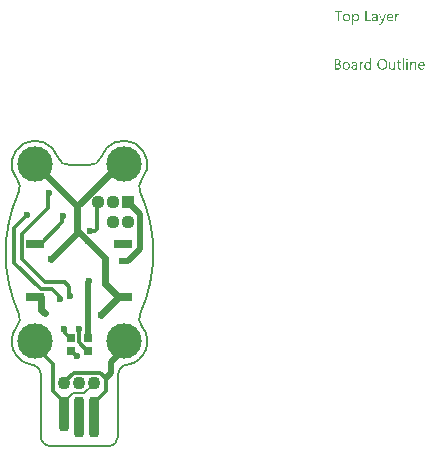
<source format=gtl>
G04*
G04 #@! TF.GenerationSoftware,Altium Limited,Altium Designer,21.9.2 (33)*
G04*
G04 Layer_Physical_Order=1*
G04 Layer_Color=255*
%FSAX25Y25*%
%MOIN*%
G70*
G04*
G04 #@! TF.SameCoordinates,55729F2E-D9A4-4FFF-85C7-0234479D7BD1*
G04*
G04*
G04 #@! TF.FilePolarity,Positive*
G04*
G01*
G75*
%ADD11C,0.00787*%
%ADD14R,0.06299X0.02756*%
%ADD15R,0.03150X0.02559*%
G04:AMPARAMS|DCode=17|XSize=35.43mil|YSize=135.83mil|CornerRadius=13.82mil|HoleSize=0mil|Usage=FLASHONLY|Rotation=0.000|XOffset=0mil|YOffset=0mil|HoleType=Round|Shape=RoundedRectangle|*
%AMROUNDEDRECTD17*
21,1,0.03543,0.10819,0,0,0.0*
21,1,0.00780,0.13583,0,0,0.0*
1,1,0.02764,0.00390,-0.05409*
1,1,0.02764,-0.00390,-0.05409*
1,1,0.02764,-0.00390,0.05409*
1,1,0.02764,0.00390,0.05409*
%
%ADD17ROUNDEDRECTD17*%
G04:AMPARAMS|DCode=18|XSize=35.43mil|YSize=116.14mil|CornerRadius=13.82mil|HoleSize=0mil|Usage=FLASHONLY|Rotation=0.000|XOffset=0mil|YOffset=0mil|HoleType=Round|Shape=RoundedRectangle|*
%AMROUNDEDRECTD18*
21,1,0.03543,0.08850,0,0,0.0*
21,1,0.00780,0.11614,0,0,0.0*
1,1,0.02764,0.00390,-0.04425*
1,1,0.02764,-0.00390,-0.04425*
1,1,0.02764,-0.00390,0.04425*
1,1,0.02764,0.00390,0.04425*
%
%ADD18ROUNDEDRECTD18*%
%ADD21C,0.04331*%
%ADD25C,0.02362*%
%ADD26C,0.01181*%
%ADD27C,0.01968*%
%ADD28C,0.01339*%
%ADD29C,0.11811*%
%ADD30C,0.04370*%
%ADD31R,0.04370X0.04370*%
%ADD32C,0.02362*%
G36*
X0092282Y0079729D02*
X0092325Y0079723D01*
X0092368Y0079717D01*
X0092480Y0079692D01*
X0092603Y0079655D01*
X0092727Y0079593D01*
X0092789Y0079556D01*
X0092851Y0079506D01*
X0092907Y0079457D01*
X0092963Y0079395D01*
X0092969Y0079389D01*
X0092975Y0079383D01*
X0092987Y0079358D01*
X0093006Y0079333D01*
X0093024Y0079302D01*
X0093049Y0079259D01*
X0093074Y0079209D01*
X0093099Y0079160D01*
X0093124Y0079098D01*
X0093148Y0079030D01*
X0093173Y0078956D01*
X0093192Y0078875D01*
X0093223Y0078695D01*
X0093235Y0078597D01*
Y0078491D01*
Y0078485D01*
Y0078466D01*
Y0078429D01*
X0093229Y0078386D01*
Y0078337D01*
X0093216Y0078275D01*
X0093210Y0078206D01*
X0093198Y0078132D01*
X0093161Y0077971D01*
X0093105Y0077804D01*
X0093068Y0077724D01*
X0093031Y0077643D01*
X0092981Y0077563D01*
X0092925Y0077488D01*
X0092919Y0077482D01*
X0092913Y0077470D01*
X0092895Y0077451D01*
X0092870Y0077433D01*
X0092839Y0077402D01*
X0092802Y0077371D01*
X0092758Y0077334D01*
X0092709Y0077303D01*
X0092653Y0077266D01*
X0092591Y0077228D01*
X0092443Y0077173D01*
X0092362Y0077148D01*
X0092282Y0077129D01*
X0092189Y0077117D01*
X0092090Y0077111D01*
X0092040D01*
X0092009Y0077117D01*
X0091966Y0077123D01*
X0091923Y0077136D01*
X0091811Y0077160D01*
X0091694Y0077210D01*
X0091625Y0077247D01*
X0091564Y0077284D01*
X0091502Y0077334D01*
X0091446Y0077389D01*
X0091384Y0077451D01*
X0091335Y0077526D01*
X0091322D01*
Y0076015D01*
X0090920D01*
Y0079680D01*
X0091322D01*
Y0079234D01*
X0091335D01*
X0091341Y0079240D01*
X0091347Y0079259D01*
X0091365Y0079283D01*
X0091390Y0079315D01*
X0091421Y0079352D01*
X0091458Y0079395D01*
X0091502Y0079438D01*
X0091557Y0079488D01*
X0091613Y0079531D01*
X0091675Y0079575D01*
X0091749Y0079618D01*
X0091824Y0079655D01*
X0091910Y0079692D01*
X0092003Y0079717D01*
X0092096Y0079729D01*
X0092201Y0079735D01*
X0092251D01*
X0092282Y0079729D01*
D02*
G37*
G36*
X0106395Y0079717D02*
X0106469Y0079711D01*
X0106512Y0079698D01*
X0106543Y0079686D01*
Y0079271D01*
X0106537Y0079277D01*
X0106525Y0079283D01*
X0106500Y0079296D01*
X0106469Y0079315D01*
X0106426Y0079327D01*
X0106370Y0079339D01*
X0106308Y0079345D01*
X0106240Y0079352D01*
X0106228D01*
X0106197Y0079345D01*
X0106147Y0079339D01*
X0106092Y0079321D01*
X0106017Y0079290D01*
X0105949Y0079246D01*
X0105875Y0079185D01*
X0105807Y0079104D01*
X0105801Y0079092D01*
X0105782Y0079061D01*
X0105751Y0079005D01*
X0105720Y0078931D01*
X0105689Y0078838D01*
X0105658Y0078720D01*
X0105640Y0078590D01*
X0105633Y0078442D01*
Y0077167D01*
X0105231D01*
Y0079680D01*
X0105633D01*
Y0079160D01*
X0105646D01*
Y0079166D01*
X0105652Y0079172D01*
X0105665Y0079203D01*
X0105683Y0079253D01*
X0105714Y0079315D01*
X0105745Y0079376D01*
X0105794Y0079444D01*
X0105844Y0079513D01*
X0105906Y0079575D01*
X0105912Y0079581D01*
X0105937Y0079599D01*
X0105974Y0079624D01*
X0106024Y0079649D01*
X0106079Y0079673D01*
X0106147Y0079698D01*
X0106222Y0079717D01*
X0106302Y0079723D01*
X0106358D01*
X0106395Y0079717D01*
D02*
G37*
G36*
X0101016Y0076764D02*
X0101010Y0076758D01*
X0101003Y0076733D01*
X0100985Y0076690D01*
X0100960Y0076640D01*
X0100929Y0076585D01*
X0100886Y0076517D01*
X0100842Y0076449D01*
X0100793Y0076374D01*
X0100731Y0076300D01*
X0100669Y0076232D01*
X0100595Y0076164D01*
X0100514Y0076108D01*
X0100434Y0076059D01*
X0100341Y0076015D01*
X0100248Y0075990D01*
X0100143Y0075984D01*
X0100087D01*
X0100050Y0075990D01*
X0099970Y0076003D01*
X0099883Y0076021D01*
Y0076380D01*
X0099889D01*
X0099908Y0076374D01*
X0099932Y0076368D01*
X0099963Y0076362D01*
X0100038Y0076343D01*
X0100118Y0076337D01*
X0100131D01*
X0100168Y0076343D01*
X0100223Y0076356D01*
X0100292Y0076380D01*
X0100366Y0076424D01*
X0100403Y0076455D01*
X0100440Y0076492D01*
X0100477Y0076529D01*
X0100514Y0076578D01*
X0100545Y0076634D01*
X0100576Y0076696D01*
X0100780Y0077167D01*
X0099796Y0079680D01*
X0100242D01*
X0100923Y0077742D01*
Y0077736D01*
X0100929Y0077724D01*
X0100935Y0077705D01*
X0100942Y0077680D01*
X0100948Y0077643D01*
X0100960Y0077606D01*
X0100972Y0077550D01*
X0100991D01*
Y0077563D01*
X0101003Y0077600D01*
X0101016Y0077656D01*
X0101040Y0077736D01*
X0101752Y0079680D01*
X0102167D01*
X0101016Y0076764D01*
D02*
G37*
G36*
X0098608Y0079729D02*
X0098664Y0079723D01*
X0098732Y0079704D01*
X0098806Y0079686D01*
X0098886Y0079655D01*
X0098973Y0079618D01*
X0099054Y0079568D01*
X0099134Y0079506D01*
X0099208Y0079432D01*
X0099276Y0079339D01*
X0099332Y0079234D01*
X0099375Y0079110D01*
X0099400Y0078968D01*
X0099413Y0078801D01*
Y0077167D01*
X0099010D01*
Y0077557D01*
X0098998D01*
Y0077550D01*
X0098985Y0077538D01*
X0098973Y0077513D01*
X0098948Y0077488D01*
X0098886Y0077414D01*
X0098806Y0077334D01*
X0098694Y0077253D01*
X0098564Y0077179D01*
X0098484Y0077154D01*
X0098404Y0077129D01*
X0098317Y0077117D01*
X0098224Y0077111D01*
X0098187D01*
X0098162Y0077117D01*
X0098094Y0077123D01*
X0098014Y0077136D01*
X0097915Y0077160D01*
X0097822Y0077191D01*
X0097723Y0077241D01*
X0097636Y0077303D01*
X0097630Y0077315D01*
X0097605Y0077340D01*
X0097568Y0077383D01*
X0097531Y0077445D01*
X0097494Y0077519D01*
X0097457Y0077606D01*
X0097432Y0077711D01*
X0097426Y0077829D01*
Y0077835D01*
Y0077860D01*
X0097432Y0077897D01*
X0097438Y0077940D01*
X0097450Y0077996D01*
X0097469Y0078058D01*
X0097494Y0078126D01*
X0097531Y0078194D01*
X0097574Y0078268D01*
X0097630Y0078343D01*
X0097698Y0078411D01*
X0097778Y0078473D01*
X0097871Y0078535D01*
X0097983Y0078584D01*
X0098106Y0078621D01*
X0098255Y0078652D01*
X0099010Y0078757D01*
Y0078764D01*
Y0078782D01*
X0099004Y0078819D01*
Y0078856D01*
X0098992Y0078906D01*
X0098985Y0078962D01*
X0098948Y0079079D01*
X0098917Y0079135D01*
X0098886Y0079191D01*
X0098843Y0079246D01*
X0098794Y0079296D01*
X0098732Y0079339D01*
X0098664Y0079370D01*
X0098583Y0079389D01*
X0098490Y0079395D01*
X0098447D01*
X0098416Y0079389D01*
X0098373D01*
X0098329Y0079376D01*
X0098218Y0079358D01*
X0098094Y0079321D01*
X0097958Y0079265D01*
X0097884Y0079228D01*
X0097816Y0079191D01*
X0097741Y0079141D01*
X0097673Y0079085D01*
Y0079500D01*
X0097679D01*
X0097692Y0079513D01*
X0097710Y0079525D01*
X0097741Y0079537D01*
X0097772Y0079556D01*
X0097816Y0079575D01*
X0097865Y0079593D01*
X0097921Y0079618D01*
X0098045Y0079661D01*
X0098193Y0079698D01*
X0098354Y0079723D01*
X0098527Y0079735D01*
X0098564D01*
X0098608Y0079729D01*
D02*
G37*
G36*
X0095717Y0077538D02*
X0097128D01*
Y0077167D01*
X0095302D01*
Y0080682D01*
X0095717D01*
Y0077538D01*
D02*
G37*
G36*
X0087478Y0080311D02*
X0086463D01*
Y0077167D01*
X0086054D01*
Y0080311D01*
X0085039D01*
Y0080682D01*
X0087478D01*
Y0080311D01*
D02*
G37*
G36*
X0103671Y0079729D02*
X0103715Y0079723D01*
X0103758Y0079717D01*
X0103869Y0079698D01*
X0103993Y0079655D01*
X0104117Y0079599D01*
X0104179Y0079562D01*
X0104241Y0079519D01*
X0104297Y0079469D01*
X0104352Y0079413D01*
X0104358Y0079407D01*
X0104365Y0079401D01*
X0104377Y0079383D01*
X0104395Y0079358D01*
X0104414Y0079321D01*
X0104439Y0079283D01*
X0104464Y0079240D01*
X0104488Y0079185D01*
X0104513Y0079123D01*
X0104538Y0079061D01*
X0104563Y0078986D01*
X0104581Y0078906D01*
X0104600Y0078819D01*
X0104612Y0078733D01*
X0104624Y0078634D01*
Y0078528D01*
Y0078318D01*
X0102848D01*
Y0078312D01*
Y0078299D01*
Y0078281D01*
X0102854Y0078250D01*
X0102860Y0078213D01*
Y0078175D01*
X0102879Y0078076D01*
X0102910Y0077977D01*
X0102947Y0077866D01*
X0103003Y0077761D01*
X0103071Y0077668D01*
X0103083Y0077656D01*
X0103108Y0077631D01*
X0103157Y0077600D01*
X0103226Y0077557D01*
X0103312Y0077513D01*
X0103411Y0077482D01*
X0103529Y0077457D01*
X0103665Y0077445D01*
X0103708D01*
X0103739Y0077451D01*
X0103777D01*
X0103820Y0077457D01*
X0103925Y0077482D01*
X0104043Y0077513D01*
X0104173Y0077563D01*
X0104309Y0077631D01*
X0104377Y0077674D01*
X0104445Y0077724D01*
Y0077346D01*
X0104439D01*
X0104433Y0077334D01*
X0104414Y0077328D01*
X0104383Y0077309D01*
X0104352Y0077290D01*
X0104315Y0077272D01*
X0104265Y0077253D01*
X0104216Y0077228D01*
X0104154Y0077204D01*
X0104086Y0077185D01*
X0103937Y0077148D01*
X0103764Y0077123D01*
X0103572Y0077111D01*
X0103523D01*
X0103486Y0077117D01*
X0103442Y0077123D01*
X0103386Y0077129D01*
X0103269Y0077154D01*
X0103133Y0077191D01*
X0102997Y0077253D01*
X0102928Y0077297D01*
X0102860Y0077340D01*
X0102798Y0077389D01*
X0102737Y0077451D01*
X0102730Y0077457D01*
X0102724Y0077470D01*
X0102712Y0077488D01*
X0102687Y0077513D01*
X0102668Y0077550D01*
X0102644Y0077594D01*
X0102613Y0077643D01*
X0102588Y0077699D01*
X0102557Y0077761D01*
X0102532Y0077835D01*
X0102501Y0077916D01*
X0102483Y0078002D01*
X0102464Y0078095D01*
X0102446Y0078194D01*
X0102439Y0078299D01*
X0102433Y0078411D01*
Y0078417D01*
Y0078435D01*
Y0078466D01*
X0102439Y0078510D01*
X0102446Y0078559D01*
X0102452Y0078615D01*
X0102458Y0078683D01*
X0102477Y0078751D01*
X0102514Y0078900D01*
X0102569Y0079061D01*
X0102607Y0079141D01*
X0102656Y0079215D01*
X0102706Y0079296D01*
X0102761Y0079364D01*
X0102768Y0079370D01*
X0102780Y0079383D01*
X0102798Y0079401D01*
X0102823Y0079420D01*
X0102854Y0079451D01*
X0102891Y0079482D01*
X0102941Y0079513D01*
X0102990Y0079550D01*
X0103108Y0079618D01*
X0103250Y0079680D01*
X0103331Y0079698D01*
X0103411Y0079717D01*
X0103498Y0079729D01*
X0103591Y0079735D01*
X0103640D01*
X0103671Y0079729D01*
D02*
G37*
G36*
X0089180D02*
X0089224Y0079723D01*
X0089280Y0079717D01*
X0089403Y0079692D01*
X0089546Y0079649D01*
X0089688Y0079587D01*
X0089762Y0079550D01*
X0089830Y0079506D01*
X0089899Y0079451D01*
X0089960Y0079389D01*
X0089967Y0079383D01*
X0089973Y0079370D01*
X0089991Y0079352D01*
X0090010Y0079327D01*
X0090035Y0079290D01*
X0090060Y0079246D01*
X0090090Y0079197D01*
X0090121Y0079141D01*
X0090146Y0079073D01*
X0090177Y0079005D01*
X0090202Y0078925D01*
X0090227Y0078838D01*
X0090245Y0078745D01*
X0090264Y0078646D01*
X0090270Y0078541D01*
X0090276Y0078429D01*
Y0078423D01*
Y0078405D01*
Y0078374D01*
X0090270Y0078330D01*
X0090264Y0078281D01*
X0090258Y0078219D01*
X0090245Y0078157D01*
X0090233Y0078083D01*
X0090196Y0077934D01*
X0090134Y0077773D01*
X0090097Y0077693D01*
X0090047Y0077612D01*
X0089998Y0077538D01*
X0089936Y0077470D01*
X0089929Y0077464D01*
X0089917Y0077457D01*
X0089899Y0077439D01*
X0089874Y0077414D01*
X0089837Y0077389D01*
X0089799Y0077359D01*
X0089750Y0077321D01*
X0089694Y0077290D01*
X0089632Y0077259D01*
X0089564Y0077222D01*
X0089490Y0077191D01*
X0089410Y0077167D01*
X0089323Y0077142D01*
X0089230Y0077129D01*
X0089131Y0077117D01*
X0089026Y0077111D01*
X0088970D01*
X0088933Y0077117D01*
X0088889Y0077123D01*
X0088834Y0077129D01*
X0088772Y0077142D01*
X0088704Y0077154D01*
X0088561Y0077197D01*
X0088413Y0077259D01*
X0088339Y0077297D01*
X0088271Y0077346D01*
X0088203Y0077396D01*
X0088134Y0077457D01*
X0088128Y0077464D01*
X0088122Y0077476D01*
X0088103Y0077495D01*
X0088085Y0077519D01*
X0088060Y0077557D01*
X0088029Y0077600D01*
X0087998Y0077649D01*
X0087973Y0077705D01*
X0087942Y0077773D01*
X0087911Y0077841D01*
X0087881Y0077916D01*
X0087856Y0078002D01*
X0087819Y0078188D01*
X0087813Y0078287D01*
X0087806Y0078392D01*
Y0078398D01*
Y0078423D01*
Y0078454D01*
X0087813Y0078497D01*
X0087819Y0078547D01*
X0087825Y0078609D01*
X0087837Y0078677D01*
X0087850Y0078751D01*
X0087887Y0078912D01*
X0087949Y0079073D01*
X0087992Y0079154D01*
X0088035Y0079234D01*
X0088085Y0079308D01*
X0088147Y0079376D01*
X0088153Y0079383D01*
X0088165Y0079395D01*
X0088184Y0079407D01*
X0088209Y0079432D01*
X0088246Y0079457D01*
X0088289Y0079488D01*
X0088339Y0079525D01*
X0088394Y0079556D01*
X0088456Y0079587D01*
X0088530Y0079624D01*
X0088605Y0079655D01*
X0088692Y0079680D01*
X0088778Y0079704D01*
X0088877Y0079723D01*
X0088982Y0079729D01*
X0089088Y0079735D01*
X0089143D01*
X0089180Y0079729D01*
D02*
G37*
G36*
X0109248Y0064744D02*
X0109273D01*
X0109329Y0064719D01*
X0109360Y0064701D01*
X0109391Y0064676D01*
X0109397Y0064670D01*
X0109403Y0064663D01*
X0109434Y0064626D01*
X0109459Y0064564D01*
X0109465Y0064527D01*
X0109471Y0064490D01*
Y0064484D01*
Y0064472D01*
X0109465Y0064453D01*
X0109459Y0064428D01*
X0109440Y0064366D01*
X0109416Y0064335D01*
X0109391Y0064304D01*
X0109385D01*
X0109378Y0064292D01*
X0109341Y0064267D01*
X0109286Y0064242D01*
X0109248Y0064236D01*
X0109211Y0064230D01*
X0109193D01*
X0109174Y0064236D01*
X0109149D01*
X0109088Y0064261D01*
X0109057Y0064273D01*
X0109026Y0064298D01*
Y0064304D01*
X0109013Y0064310D01*
X0109001Y0064329D01*
X0108988Y0064348D01*
X0108964Y0064410D01*
X0108958Y0064447D01*
X0108951Y0064490D01*
Y0064496D01*
Y0064509D01*
X0108958Y0064527D01*
X0108964Y0064558D01*
X0108982Y0064614D01*
X0109001Y0064645D01*
X0109026Y0064676D01*
X0109032Y0064682D01*
X0109038Y0064688D01*
X0109075Y0064713D01*
X0109137Y0064738D01*
X0109174Y0064750D01*
X0109230D01*
X0109248Y0064744D01*
D02*
G37*
G36*
X0097258Y0061079D02*
X0096856D01*
Y0061500D01*
X0096844D01*
Y0061494D01*
X0096831Y0061482D01*
X0096813Y0061457D01*
X0096794Y0061426D01*
X0096763Y0061389D01*
X0096726Y0061352D01*
X0096683Y0061308D01*
X0096633Y0061265D01*
X0096578Y0061216D01*
X0096509Y0061172D01*
X0096441Y0061135D01*
X0096361Y0061098D01*
X0096280Y0061067D01*
X0096188Y0061042D01*
X0096088Y0061030D01*
X0095983Y0061024D01*
X0095940D01*
X0095903Y0061030D01*
X0095866Y0061036D01*
X0095816Y0061042D01*
X0095711Y0061067D01*
X0095587Y0061104D01*
X0095463Y0061166D01*
X0095395Y0061203D01*
X0095340Y0061247D01*
X0095278Y0061302D01*
X0095222Y0061358D01*
Y0061364D01*
X0095209Y0061377D01*
X0095197Y0061395D01*
X0095179Y0061420D01*
X0095160Y0061451D01*
X0095135Y0061494D01*
X0095110Y0061544D01*
X0095086Y0061599D01*
X0095055Y0061661D01*
X0095030Y0061729D01*
X0095005Y0061804D01*
X0094987Y0061884D01*
X0094968Y0061971D01*
X0094956Y0062070D01*
X0094950Y0062169D01*
X0094943Y0062274D01*
Y0062280D01*
Y0062299D01*
Y0062336D01*
X0094950Y0062379D01*
X0094956Y0062429D01*
X0094962Y0062491D01*
X0094968Y0062559D01*
X0094981Y0062633D01*
X0095018Y0062794D01*
X0095073Y0062961D01*
X0095110Y0063042D01*
X0095154Y0063122D01*
X0095197Y0063196D01*
X0095253Y0063271D01*
X0095259Y0063277D01*
X0095265Y0063289D01*
X0095284Y0063308D01*
X0095309Y0063332D01*
X0095340Y0063357D01*
X0095383Y0063388D01*
X0095426Y0063425D01*
X0095476Y0063463D01*
X0095600Y0063531D01*
X0095742Y0063592D01*
X0095822Y0063611D01*
X0095909Y0063630D01*
X0095996Y0063642D01*
X0096095Y0063648D01*
X0096144D01*
X0096181Y0063642D01*
X0096219Y0063636D01*
X0096268Y0063630D01*
X0096379Y0063599D01*
X0096503Y0063549D01*
X0096565Y0063518D01*
X0096627Y0063475D01*
X0096689Y0063432D01*
X0096745Y0063376D01*
X0096794Y0063314D01*
X0096844Y0063240D01*
X0096856D01*
Y0064799D01*
X0097258D01*
Y0061079D01*
D02*
G37*
G36*
X0111526Y0063642D02*
X0111601Y0063636D01*
X0111694Y0063617D01*
X0111793Y0063586D01*
X0111898Y0063537D01*
X0112003Y0063469D01*
X0112046Y0063432D01*
X0112090Y0063382D01*
X0112102Y0063370D01*
X0112127Y0063332D01*
X0112158Y0063271D01*
X0112201Y0063184D01*
X0112238Y0063079D01*
X0112275Y0062949D01*
X0112300Y0062794D01*
X0112306Y0062615D01*
Y0061079D01*
X0111904D01*
Y0062509D01*
Y0062515D01*
Y0062546D01*
X0111898Y0062584D01*
Y0062633D01*
X0111885Y0062695D01*
X0111873Y0062763D01*
X0111854Y0062837D01*
X0111830Y0062912D01*
X0111799Y0062986D01*
X0111762Y0063054D01*
X0111712Y0063122D01*
X0111656Y0063184D01*
X0111594Y0063234D01*
X0111514Y0063271D01*
X0111427Y0063302D01*
X0111322Y0063308D01*
X0111310D01*
X0111273Y0063302D01*
X0111217Y0063295D01*
X0111149Y0063277D01*
X0111068Y0063252D01*
X0110982Y0063209D01*
X0110901Y0063153D01*
X0110821Y0063079D01*
X0110814Y0063066D01*
X0110790Y0063042D01*
X0110759Y0062992D01*
X0110722Y0062924D01*
X0110685Y0062844D01*
X0110654Y0062744D01*
X0110629Y0062633D01*
X0110623Y0062509D01*
Y0061079D01*
X0110220D01*
Y0063592D01*
X0110623D01*
Y0063172D01*
X0110635D01*
X0110641Y0063178D01*
X0110647Y0063190D01*
X0110666Y0063215D01*
X0110691Y0063246D01*
X0110715Y0063283D01*
X0110753Y0063320D01*
X0110796Y0063363D01*
X0110845Y0063413D01*
X0110901Y0063456D01*
X0110963Y0063500D01*
X0111031Y0063537D01*
X0111106Y0063574D01*
X0111180Y0063605D01*
X0111266Y0063630D01*
X0111359Y0063642D01*
X0111458Y0063648D01*
X0111495D01*
X0111526Y0063642D01*
D02*
G37*
G36*
X0094529Y0063630D02*
X0094603Y0063623D01*
X0094646Y0063611D01*
X0094677Y0063599D01*
Y0063184D01*
X0094671Y0063190D01*
X0094659Y0063196D01*
X0094634Y0063209D01*
X0094603Y0063227D01*
X0094560Y0063240D01*
X0094504Y0063252D01*
X0094442Y0063258D01*
X0094374Y0063264D01*
X0094362D01*
X0094331Y0063258D01*
X0094281Y0063252D01*
X0094225Y0063234D01*
X0094151Y0063203D01*
X0094083Y0063159D01*
X0094009Y0063097D01*
X0093941Y0063017D01*
X0093934Y0063004D01*
X0093916Y0062973D01*
X0093885Y0062918D01*
X0093854Y0062844D01*
X0093823Y0062751D01*
X0093792Y0062633D01*
X0093774Y0062503D01*
X0093767Y0062354D01*
Y0061079D01*
X0093365D01*
Y0063592D01*
X0093767D01*
Y0063073D01*
X0093780D01*
Y0063079D01*
X0093786Y0063085D01*
X0093798Y0063116D01*
X0093817Y0063165D01*
X0093848Y0063227D01*
X0093879Y0063289D01*
X0093928Y0063357D01*
X0093978Y0063425D01*
X0094040Y0063487D01*
X0094046Y0063493D01*
X0094071Y0063512D01*
X0094108Y0063537D01*
X0094157Y0063561D01*
X0094213Y0063586D01*
X0094281Y0063611D01*
X0094355Y0063630D01*
X0094436Y0063636D01*
X0094491D01*
X0094529Y0063630D01*
D02*
G37*
G36*
X0105268Y0061079D02*
X0104866D01*
Y0061475D01*
X0104854D01*
Y0061469D01*
X0104841Y0061457D01*
X0104829Y0061432D01*
X0104804Y0061407D01*
X0104748Y0061333D01*
X0104662Y0061253D01*
X0104612Y0061209D01*
X0104556Y0061166D01*
X0104495Y0061129D01*
X0104420Y0061092D01*
X0104346Y0061067D01*
X0104265Y0061042D01*
X0104173Y0061030D01*
X0104080Y0061024D01*
X0104043D01*
X0103999Y0061030D01*
X0103937Y0061042D01*
X0103869Y0061055D01*
X0103795Y0061079D01*
X0103715Y0061110D01*
X0103634Y0061160D01*
X0103548Y0061216D01*
X0103467Y0061284D01*
X0103393Y0061370D01*
X0103325Y0061475D01*
X0103263Y0061593D01*
X0103219Y0061735D01*
X0103195Y0061903D01*
X0103182Y0061989D01*
Y0062088D01*
Y0063592D01*
X0103578D01*
Y0062150D01*
Y0062144D01*
Y0062119D01*
X0103585Y0062076D01*
X0103591Y0062026D01*
X0103597Y0061964D01*
X0103609Y0061903D01*
X0103628Y0061828D01*
X0103653Y0061754D01*
X0103690Y0061680D01*
X0103727Y0061612D01*
X0103777Y0061544D01*
X0103838Y0061482D01*
X0103907Y0061432D01*
X0103987Y0061395D01*
X0104086Y0061364D01*
X0104191Y0061358D01*
X0104204D01*
X0104241Y0061364D01*
X0104297Y0061370D01*
X0104358Y0061383D01*
X0104439Y0061414D01*
X0104519Y0061451D01*
X0104600Y0061500D01*
X0104674Y0061575D01*
X0104680Y0061587D01*
X0104705Y0061612D01*
X0104736Y0061661D01*
X0104773Y0061729D01*
X0104804Y0061810D01*
X0104835Y0061909D01*
X0104860Y0062020D01*
X0104866Y0062144D01*
Y0063592D01*
X0105268D01*
Y0061079D01*
D02*
G37*
G36*
X0109403D02*
X0109001D01*
Y0063592D01*
X0109403D01*
Y0061079D01*
D02*
G37*
G36*
X0108184D02*
X0107781D01*
Y0064799D01*
X0108184D01*
Y0061079D01*
D02*
G37*
G36*
X0091805Y0063642D02*
X0091861Y0063636D01*
X0091929Y0063617D01*
X0092003Y0063599D01*
X0092084Y0063568D01*
X0092170Y0063531D01*
X0092251Y0063481D01*
X0092331Y0063419D01*
X0092405Y0063345D01*
X0092474Y0063252D01*
X0092529Y0063147D01*
X0092573Y0063023D01*
X0092597Y0062881D01*
X0092610Y0062713D01*
Y0061079D01*
X0092207D01*
Y0061469D01*
X0092195D01*
Y0061463D01*
X0092183Y0061451D01*
X0092170Y0061426D01*
X0092146Y0061401D01*
X0092084Y0061327D01*
X0092003Y0061247D01*
X0091892Y0061166D01*
X0091762Y0061092D01*
X0091681Y0061067D01*
X0091601Y0061042D01*
X0091514Y0061030D01*
X0091421Y0061024D01*
X0091384D01*
X0091359Y0061030D01*
X0091291Y0061036D01*
X0091211Y0061048D01*
X0091112Y0061073D01*
X0091019Y0061104D01*
X0090920Y0061154D01*
X0090833Y0061216D01*
X0090827Y0061228D01*
X0090802Y0061253D01*
X0090765Y0061296D01*
X0090728Y0061358D01*
X0090691Y0061432D01*
X0090654Y0061519D01*
X0090629Y0061624D01*
X0090623Y0061742D01*
Y0061748D01*
Y0061773D01*
X0090629Y0061810D01*
X0090635Y0061853D01*
X0090648Y0061909D01*
X0090666Y0061971D01*
X0090691Y0062039D01*
X0090728Y0062107D01*
X0090771Y0062181D01*
X0090827Y0062255D01*
X0090895Y0062323D01*
X0090976Y0062385D01*
X0091068Y0062447D01*
X0091180Y0062497D01*
X0091304Y0062534D01*
X0091452Y0062565D01*
X0092207Y0062670D01*
Y0062676D01*
Y0062695D01*
X0092201Y0062732D01*
Y0062769D01*
X0092189Y0062819D01*
X0092183Y0062875D01*
X0092146Y0062992D01*
X0092115Y0063048D01*
X0092084Y0063103D01*
X0092040Y0063159D01*
X0091991Y0063209D01*
X0091929Y0063252D01*
X0091861Y0063283D01*
X0091780Y0063302D01*
X0091687Y0063308D01*
X0091644D01*
X0091613Y0063302D01*
X0091570D01*
X0091527Y0063289D01*
X0091415Y0063271D01*
X0091291Y0063234D01*
X0091155Y0063178D01*
X0091081Y0063141D01*
X0091013Y0063103D01*
X0090938Y0063054D01*
X0090870Y0062998D01*
Y0063413D01*
X0090877D01*
X0090889Y0063425D01*
X0090908Y0063438D01*
X0090938Y0063450D01*
X0090969Y0063469D01*
X0091013Y0063487D01*
X0091062Y0063506D01*
X0091118Y0063531D01*
X0091242Y0063574D01*
X0091390Y0063611D01*
X0091551Y0063636D01*
X0091725Y0063648D01*
X0091762D01*
X0091805Y0063642D01*
D02*
G37*
G36*
X0086116Y0064589D02*
X0086160D01*
X0086203Y0064583D01*
X0086302Y0064570D01*
X0086420Y0064540D01*
X0086544Y0064502D01*
X0086661Y0064447D01*
X0086766Y0064372D01*
X0086773D01*
X0086779Y0064360D01*
X0086810Y0064335D01*
X0086853Y0064286D01*
X0086903Y0064218D01*
X0086946Y0064131D01*
X0086989Y0064032D01*
X0087020Y0063921D01*
X0087033Y0063859D01*
Y0063791D01*
Y0063784D01*
Y0063778D01*
Y0063741D01*
X0087026Y0063685D01*
X0087014Y0063617D01*
X0086995Y0063531D01*
X0086964Y0063444D01*
X0086927Y0063357D01*
X0086872Y0063271D01*
X0086865Y0063258D01*
X0086841Y0063234D01*
X0086804Y0063196D01*
X0086754Y0063147D01*
X0086692Y0063097D01*
X0086618Y0063042D01*
X0086525Y0062998D01*
X0086426Y0062955D01*
Y0062949D01*
X0086444D01*
X0086463Y0062942D01*
X0086482Y0062936D01*
X0086550Y0062924D01*
X0086630Y0062899D01*
X0086717Y0062862D01*
X0086810Y0062819D01*
X0086903Y0062757D01*
X0086989Y0062676D01*
X0087002Y0062664D01*
X0087026Y0062633D01*
X0087057Y0062590D01*
X0087101Y0062522D01*
X0087138Y0062435D01*
X0087175Y0062336D01*
X0087200Y0062218D01*
X0087206Y0062088D01*
Y0062082D01*
Y0062070D01*
Y0062045D01*
X0087200Y0062014D01*
X0087194Y0061977D01*
X0087187Y0061934D01*
X0087163Y0061828D01*
X0087125Y0061711D01*
X0087070Y0061587D01*
X0087033Y0061531D01*
X0086989Y0061469D01*
X0086933Y0061414D01*
X0086878Y0061358D01*
X0086872D01*
X0086865Y0061345D01*
X0086847Y0061333D01*
X0086822Y0061315D01*
X0086791Y0061296D01*
X0086748Y0061271D01*
X0086655Y0061222D01*
X0086537Y0061166D01*
X0086401Y0061123D01*
X0086240Y0061092D01*
X0086160Y0061085D01*
X0086067Y0061079D01*
X0085039D01*
Y0064595D01*
X0086085D01*
X0086116Y0064589D01*
D02*
G37*
G36*
X0106612Y0063592D02*
X0107249D01*
Y0063246D01*
X0106612D01*
Y0061828D01*
Y0061816D01*
Y0061785D01*
X0106618Y0061742D01*
X0106624Y0061686D01*
X0106649Y0061568D01*
X0106667Y0061513D01*
X0106698Y0061469D01*
X0106704Y0061463D01*
X0106717Y0061451D01*
X0106735Y0061438D01*
X0106766Y0061420D01*
X0106803Y0061395D01*
X0106853Y0061383D01*
X0106915Y0061370D01*
X0106983Y0061364D01*
X0107008D01*
X0107039Y0061370D01*
X0107076Y0061377D01*
X0107162Y0061401D01*
X0107206Y0061420D01*
X0107249Y0061445D01*
Y0061098D01*
X0107243D01*
X0107224Y0061085D01*
X0107193Y0061079D01*
X0107150Y0061067D01*
X0107094Y0061055D01*
X0107032Y0061042D01*
X0106958Y0061036D01*
X0106871Y0061030D01*
X0106841D01*
X0106810Y0061036D01*
X0106766Y0061042D01*
X0106717Y0061055D01*
X0106661Y0061067D01*
X0106605Y0061092D01*
X0106543Y0061123D01*
X0106482Y0061160D01*
X0106420Y0061209D01*
X0106364Y0061265D01*
X0106314Y0061339D01*
X0106271Y0061420D01*
X0106240Y0061519D01*
X0106215Y0061630D01*
X0106209Y0061760D01*
Y0063246D01*
X0105782D01*
Y0063592D01*
X0106209D01*
Y0064205D01*
X0106612Y0064335D01*
Y0063592D01*
D02*
G37*
G36*
X0114139Y0063642D02*
X0114182Y0063636D01*
X0114225Y0063630D01*
X0114337Y0063611D01*
X0114460Y0063568D01*
X0114584Y0063512D01*
X0114646Y0063475D01*
X0114708Y0063432D01*
X0114764Y0063382D01*
X0114820Y0063326D01*
X0114826Y0063320D01*
X0114832Y0063314D01*
X0114844Y0063295D01*
X0114863Y0063271D01*
X0114881Y0063234D01*
X0114906Y0063196D01*
X0114931Y0063153D01*
X0114956Y0063097D01*
X0114980Y0063035D01*
X0115005Y0062973D01*
X0115030Y0062899D01*
X0115049Y0062819D01*
X0115067Y0062732D01*
X0115079Y0062645D01*
X0115092Y0062546D01*
Y0062441D01*
Y0062231D01*
X0113315D01*
Y0062225D01*
Y0062212D01*
Y0062194D01*
X0113321Y0062163D01*
X0113328Y0062125D01*
Y0062088D01*
X0113346Y0061989D01*
X0113377Y0061890D01*
X0113414Y0061779D01*
X0113470Y0061674D01*
X0113538Y0061581D01*
X0113550Y0061568D01*
X0113575Y0061544D01*
X0113625Y0061513D01*
X0113693Y0061469D01*
X0113779Y0061426D01*
X0113879Y0061395D01*
X0113996Y0061370D01*
X0114132Y0061358D01*
X0114176D01*
X0114207Y0061364D01*
X0114244D01*
X0114287Y0061370D01*
X0114392Y0061395D01*
X0114510Y0061426D01*
X0114640Y0061475D01*
X0114776Y0061544D01*
X0114844Y0061587D01*
X0114912Y0061637D01*
Y0061259D01*
X0114906D01*
X0114900Y0061247D01*
X0114881Y0061240D01*
X0114850Y0061222D01*
X0114820Y0061203D01*
X0114782Y0061185D01*
X0114733Y0061166D01*
X0114683Y0061141D01*
X0114621Y0061116D01*
X0114553Y0061098D01*
X0114405Y0061061D01*
X0114231Y0061036D01*
X0114040Y0061024D01*
X0113990D01*
X0113953Y0061030D01*
X0113909Y0061036D01*
X0113854Y0061042D01*
X0113736Y0061067D01*
X0113600Y0061104D01*
X0113464Y0061166D01*
X0113396Y0061209D01*
X0113328Y0061253D01*
X0113266Y0061302D01*
X0113204Y0061364D01*
X0113198Y0061370D01*
X0113191Y0061383D01*
X0113179Y0061401D01*
X0113154Y0061426D01*
X0113136Y0061463D01*
X0113111Y0061506D01*
X0113080Y0061556D01*
X0113055Y0061612D01*
X0113024Y0061674D01*
X0113000Y0061748D01*
X0112969Y0061828D01*
X0112950Y0061915D01*
X0112932Y0062008D01*
X0112913Y0062107D01*
X0112907Y0062212D01*
X0112901Y0062323D01*
Y0062330D01*
Y0062348D01*
Y0062379D01*
X0112907Y0062423D01*
X0112913Y0062472D01*
X0112919Y0062528D01*
X0112925Y0062596D01*
X0112944Y0062664D01*
X0112981Y0062813D01*
X0113037Y0062973D01*
X0113074Y0063054D01*
X0113123Y0063128D01*
X0113173Y0063209D01*
X0113229Y0063277D01*
X0113235Y0063283D01*
X0113247Y0063295D01*
X0113266Y0063314D01*
X0113291Y0063332D01*
X0113321Y0063363D01*
X0113359Y0063394D01*
X0113408Y0063425D01*
X0113458Y0063463D01*
X0113575Y0063531D01*
X0113718Y0063592D01*
X0113798Y0063611D01*
X0113879Y0063630D01*
X0113965Y0063642D01*
X0114058Y0063648D01*
X0114108D01*
X0114139Y0063642D01*
D02*
G37*
G36*
X0101096Y0064651D02*
X0101158Y0064645D01*
X0101232Y0064632D01*
X0101313Y0064614D01*
X0101400Y0064595D01*
X0101486Y0064570D01*
X0101585Y0064540D01*
X0101678Y0064496D01*
X0101777Y0064447D01*
X0101876Y0064391D01*
X0101969Y0064323D01*
X0102062Y0064249D01*
X0102148Y0064162D01*
X0102155Y0064156D01*
X0102167Y0064137D01*
X0102192Y0064113D01*
X0102217Y0064075D01*
X0102254Y0064026D01*
X0102291Y0063964D01*
X0102328Y0063896D01*
X0102371Y0063822D01*
X0102415Y0063729D01*
X0102452Y0063636D01*
X0102489Y0063531D01*
X0102526Y0063413D01*
X0102551Y0063295D01*
X0102576Y0063165D01*
X0102588Y0063023D01*
X0102594Y0062881D01*
Y0062868D01*
Y0062844D01*
Y0062800D01*
X0102588Y0062738D01*
X0102582Y0062664D01*
X0102569Y0062584D01*
X0102557Y0062491D01*
X0102539Y0062385D01*
X0102514Y0062280D01*
X0102483Y0062169D01*
X0102446Y0062057D01*
X0102402Y0061946D01*
X0102347Y0061828D01*
X0102285Y0061723D01*
X0102217Y0061618D01*
X0102136Y0061519D01*
X0102130Y0061513D01*
X0102118Y0061500D01*
X0102087Y0061475D01*
X0102056Y0061445D01*
X0102006Y0061401D01*
X0101951Y0061364D01*
X0101889Y0061315D01*
X0101814Y0061271D01*
X0101734Y0061228D01*
X0101641Y0061178D01*
X0101542Y0061141D01*
X0101430Y0061104D01*
X0101313Y0061067D01*
X0101189Y0061042D01*
X0101059Y0061030D01*
X0100917Y0061024D01*
X0100886D01*
X0100842Y0061030D01*
X0100793D01*
X0100731Y0061036D01*
X0100657Y0061048D01*
X0100576Y0061067D01*
X0100483Y0061085D01*
X0100391Y0061110D01*
X0100292Y0061141D01*
X0100192Y0061185D01*
X0100093Y0061228D01*
X0099994Y0061284D01*
X0099895Y0061352D01*
X0099803Y0061426D01*
X0099716Y0061513D01*
X0099710Y0061519D01*
X0099697Y0061537D01*
X0099673Y0061562D01*
X0099648Y0061599D01*
X0099611Y0061649D01*
X0099573Y0061711D01*
X0099536Y0061779D01*
X0099493Y0061859D01*
X0099450Y0061946D01*
X0099413Y0062039D01*
X0099375Y0062144D01*
X0099338Y0062262D01*
X0099313Y0062379D01*
X0099289Y0062509D01*
X0099276Y0062652D01*
X0099270Y0062794D01*
Y0062806D01*
Y0062831D01*
X0099276Y0062875D01*
Y0062936D01*
X0099283Y0063004D01*
X0099295Y0063091D01*
X0099307Y0063184D01*
X0099326Y0063283D01*
X0099351Y0063388D01*
X0099382Y0063500D01*
X0099419Y0063611D01*
X0099462Y0063722D01*
X0099518Y0063834D01*
X0099580Y0063945D01*
X0099648Y0064051D01*
X0099728Y0064150D01*
X0099734Y0064156D01*
X0099747Y0064174D01*
X0099778Y0064199D01*
X0099815Y0064230D01*
X0099858Y0064267D01*
X0099914Y0064310D01*
X0099982Y0064354D01*
X0100056Y0064403D01*
X0100143Y0064453D01*
X0100236Y0064496D01*
X0100335Y0064540D01*
X0100446Y0064577D01*
X0100570Y0064608D01*
X0100700Y0064639D01*
X0100836Y0064651D01*
X0100979Y0064657D01*
X0101047D01*
X0101096Y0064651D01*
D02*
G37*
G36*
X0089069Y0063642D02*
X0089112Y0063636D01*
X0089168Y0063630D01*
X0089292Y0063605D01*
X0089434Y0063561D01*
X0089577Y0063500D01*
X0089651Y0063463D01*
X0089719Y0063419D01*
X0089787Y0063363D01*
X0089849Y0063302D01*
X0089855Y0063295D01*
X0089861Y0063283D01*
X0089880Y0063264D01*
X0089899Y0063240D01*
X0089923Y0063203D01*
X0089948Y0063159D01*
X0089979Y0063110D01*
X0090010Y0063054D01*
X0090035Y0062986D01*
X0090066Y0062918D01*
X0090090Y0062837D01*
X0090115Y0062751D01*
X0090134Y0062658D01*
X0090152Y0062559D01*
X0090158Y0062454D01*
X0090165Y0062342D01*
Y0062336D01*
Y0062317D01*
Y0062286D01*
X0090158Y0062243D01*
X0090152Y0062194D01*
X0090146Y0062132D01*
X0090134Y0062070D01*
X0090121Y0061996D01*
X0090084Y0061847D01*
X0090022Y0061686D01*
X0089985Y0061606D01*
X0089936Y0061525D01*
X0089886Y0061451D01*
X0089824Y0061383D01*
X0089818Y0061377D01*
X0089806Y0061370D01*
X0089787Y0061352D01*
X0089762Y0061327D01*
X0089725Y0061302D01*
X0089688Y0061271D01*
X0089639Y0061234D01*
X0089583Y0061203D01*
X0089521Y0061172D01*
X0089453Y0061135D01*
X0089379Y0061104D01*
X0089298Y0061079D01*
X0089211Y0061055D01*
X0089119Y0061042D01*
X0089020Y0061030D01*
X0088914Y0061024D01*
X0088859D01*
X0088822Y0061030D01*
X0088778Y0061036D01*
X0088722Y0061042D01*
X0088661Y0061055D01*
X0088592Y0061067D01*
X0088450Y0061110D01*
X0088301Y0061172D01*
X0088227Y0061209D01*
X0088159Y0061259D01*
X0088091Y0061308D01*
X0088023Y0061370D01*
X0088017Y0061377D01*
X0088011Y0061389D01*
X0087992Y0061407D01*
X0087973Y0061432D01*
X0087949Y0061469D01*
X0087918Y0061513D01*
X0087887Y0061562D01*
X0087862Y0061618D01*
X0087831Y0061686D01*
X0087800Y0061754D01*
X0087769Y0061828D01*
X0087744Y0061915D01*
X0087707Y0062101D01*
X0087701Y0062200D01*
X0087695Y0062305D01*
Y0062311D01*
Y0062336D01*
Y0062367D01*
X0087701Y0062410D01*
X0087707Y0062460D01*
X0087713Y0062522D01*
X0087726Y0062590D01*
X0087738Y0062664D01*
X0087775Y0062825D01*
X0087837Y0062986D01*
X0087881Y0063066D01*
X0087924Y0063147D01*
X0087973Y0063221D01*
X0088035Y0063289D01*
X0088042Y0063295D01*
X0088054Y0063308D01*
X0088073Y0063320D01*
X0088097Y0063345D01*
X0088134Y0063370D01*
X0088178Y0063401D01*
X0088227Y0063438D01*
X0088283Y0063469D01*
X0088345Y0063500D01*
X0088419Y0063537D01*
X0088493Y0063568D01*
X0088580Y0063592D01*
X0088667Y0063617D01*
X0088766Y0063636D01*
X0088871Y0063642D01*
X0088976Y0063648D01*
X0089032D01*
X0089069Y0063642D01*
D02*
G37*
%LPC*%
G36*
X0092102Y0079395D02*
X0092071D01*
X0092046Y0079389D01*
X0091978Y0079383D01*
X0091898Y0079364D01*
X0091811Y0079333D01*
X0091712Y0079290D01*
X0091619Y0079228D01*
X0091533Y0079147D01*
X0091527Y0079135D01*
X0091502Y0079104D01*
X0091465Y0079054D01*
X0091427Y0078980D01*
X0091390Y0078894D01*
X0091353Y0078788D01*
X0091328Y0078671D01*
X0091322Y0078541D01*
Y0078188D01*
Y0078182D01*
Y0078175D01*
X0091328Y0078138D01*
X0091335Y0078076D01*
X0091347Y0078008D01*
X0091372Y0077922D01*
X0091409Y0077835D01*
X0091458Y0077748D01*
X0091527Y0077662D01*
X0091539Y0077656D01*
X0091564Y0077631D01*
X0091607Y0077594D01*
X0091669Y0077557D01*
X0091743Y0077513D01*
X0091830Y0077482D01*
X0091929Y0077457D01*
X0092040Y0077445D01*
X0092077D01*
X0092102Y0077451D01*
X0092164Y0077457D01*
X0092251Y0077482D01*
X0092337Y0077513D01*
X0092436Y0077563D01*
X0092529Y0077631D01*
X0092573Y0077674D01*
X0092610Y0077724D01*
Y0077730D01*
X0092616Y0077736D01*
X0092628Y0077755D01*
X0092641Y0077773D01*
X0092659Y0077804D01*
X0092678Y0077841D01*
X0092715Y0077928D01*
X0092752Y0078039D01*
X0092789Y0078169D01*
X0092814Y0078324D01*
X0092820Y0078504D01*
Y0078510D01*
Y0078522D01*
Y0078541D01*
Y0078572D01*
X0092814Y0078609D01*
X0092808Y0078646D01*
X0092795Y0078739D01*
X0092771Y0078844D01*
X0092740Y0078956D01*
X0092690Y0079061D01*
X0092628Y0079154D01*
X0092622Y0079166D01*
X0092591Y0079191D01*
X0092548Y0079228D01*
X0092492Y0079277D01*
X0092418Y0079321D01*
X0092325Y0079358D01*
X0092220Y0079383D01*
X0092102Y0079395D01*
D02*
G37*
G36*
X0099010Y0078435D02*
X0098404Y0078349D01*
X0098391D01*
X0098360Y0078343D01*
X0098311Y0078330D01*
X0098249Y0078318D01*
X0098181Y0078299D01*
X0098106Y0078275D01*
X0098045Y0078250D01*
X0097983Y0078213D01*
X0097976Y0078206D01*
X0097958Y0078194D01*
X0097939Y0078169D01*
X0097915Y0078132D01*
X0097884Y0078083D01*
X0097865Y0078021D01*
X0097847Y0077947D01*
X0097840Y0077860D01*
Y0077854D01*
Y0077829D01*
X0097847Y0077798D01*
X0097859Y0077755D01*
X0097871Y0077705D01*
X0097896Y0077656D01*
X0097927Y0077606D01*
X0097970Y0077557D01*
X0097976Y0077550D01*
X0097995Y0077538D01*
X0098026Y0077519D01*
X0098063Y0077501D01*
X0098113Y0077482D01*
X0098175Y0077464D01*
X0098243Y0077451D01*
X0098323Y0077445D01*
X0098335D01*
X0098373Y0077451D01*
X0098428Y0077457D01*
X0098496Y0077470D01*
X0098571Y0077495D01*
X0098657Y0077532D01*
X0098738Y0077587D01*
X0098812Y0077656D01*
X0098818Y0077668D01*
X0098843Y0077693D01*
X0098874Y0077736D01*
X0098911Y0077798D01*
X0098948Y0077878D01*
X0098979Y0077965D01*
X0099004Y0078070D01*
X0099010Y0078182D01*
Y0078435D01*
D02*
G37*
G36*
X0103585Y0079395D02*
X0103535D01*
X0103486Y0079383D01*
X0103418Y0079370D01*
X0103343Y0079345D01*
X0103256Y0079308D01*
X0103176Y0079259D01*
X0103096Y0079191D01*
X0103089Y0079185D01*
X0103065Y0079154D01*
X0103034Y0079110D01*
X0102990Y0079048D01*
X0102947Y0078974D01*
X0102910Y0078881D01*
X0102879Y0078776D01*
X0102854Y0078658D01*
X0104210D01*
Y0078664D01*
Y0078677D01*
Y0078689D01*
Y0078714D01*
X0104204Y0078782D01*
X0104191Y0078856D01*
X0104166Y0078949D01*
X0104142Y0079036D01*
X0104098Y0079123D01*
X0104043Y0079203D01*
X0104036Y0079209D01*
X0104012Y0079234D01*
X0103975Y0079265D01*
X0103925Y0079302D01*
X0103857Y0079333D01*
X0103777Y0079364D01*
X0103690Y0079389D01*
X0103585Y0079395D01*
D02*
G37*
G36*
X0089057D02*
X0089020D01*
X0088995Y0079389D01*
X0088920Y0079383D01*
X0088834Y0079364D01*
X0088735Y0079333D01*
X0088630Y0079283D01*
X0088530Y0079215D01*
X0088481Y0079178D01*
X0088438Y0079129D01*
X0088425Y0079116D01*
X0088401Y0079079D01*
X0088370Y0079024D01*
X0088326Y0078943D01*
X0088283Y0078838D01*
X0088252Y0078714D01*
X0088227Y0078572D01*
X0088215Y0078405D01*
Y0078398D01*
Y0078386D01*
Y0078361D01*
X0088221Y0078330D01*
Y0078293D01*
X0088227Y0078250D01*
X0088246Y0078151D01*
X0088271Y0078039D01*
X0088314Y0077922D01*
X0088370Y0077804D01*
X0088444Y0077699D01*
X0088456Y0077687D01*
X0088487Y0077662D01*
X0088537Y0077618D01*
X0088605Y0077575D01*
X0088692Y0077526D01*
X0088797Y0077482D01*
X0088920Y0077457D01*
X0089057Y0077445D01*
X0089094D01*
X0089119Y0077451D01*
X0089193Y0077457D01*
X0089280Y0077476D01*
X0089372Y0077507D01*
X0089478Y0077550D01*
X0089570Y0077612D01*
X0089657Y0077693D01*
X0089663Y0077705D01*
X0089688Y0077742D01*
X0089725Y0077798D01*
X0089762Y0077878D01*
X0089799Y0077984D01*
X0089837Y0078107D01*
X0089861Y0078250D01*
X0089868Y0078417D01*
Y0078423D01*
Y0078435D01*
Y0078460D01*
Y0078497D01*
X0089861Y0078535D01*
X0089855Y0078578D01*
X0089843Y0078683D01*
X0089818Y0078801D01*
X0089781Y0078918D01*
X0089725Y0079036D01*
X0089657Y0079141D01*
X0089645Y0079154D01*
X0089620Y0079178D01*
X0089570Y0079222D01*
X0089502Y0079271D01*
X0089416Y0079315D01*
X0089317Y0079358D01*
X0089193Y0079383D01*
X0089057Y0079395D01*
D02*
G37*
G36*
X0096144Y0063308D02*
X0096107D01*
X0096082Y0063302D01*
X0096014Y0063295D01*
X0095934Y0063277D01*
X0095841Y0063240D01*
X0095742Y0063190D01*
X0095649Y0063128D01*
X0095606Y0063085D01*
X0095562Y0063035D01*
X0095556Y0063023D01*
X0095531Y0062986D01*
X0095494Y0062924D01*
X0095457Y0062844D01*
X0095420Y0062738D01*
X0095383Y0062608D01*
X0095358Y0062460D01*
X0095352Y0062293D01*
Y0062286D01*
Y0062274D01*
Y0062249D01*
X0095358Y0062218D01*
Y0062187D01*
X0095364Y0062144D01*
X0095377Y0062045D01*
X0095401Y0061934D01*
X0095439Y0061822D01*
X0095488Y0061711D01*
X0095556Y0061606D01*
X0095569Y0061593D01*
X0095593Y0061568D01*
X0095637Y0061525D01*
X0095699Y0061482D01*
X0095779Y0061438D01*
X0095872Y0061395D01*
X0095977Y0061370D01*
X0096101Y0061358D01*
X0096132D01*
X0096157Y0061364D01*
X0096219Y0061370D01*
X0096293Y0061389D01*
X0096379Y0061420D01*
X0096472Y0061457D01*
X0096559Y0061519D01*
X0096646Y0061599D01*
X0096652Y0061612D01*
X0096677Y0061643D01*
X0096714Y0061698D01*
X0096751Y0061766D01*
X0096788Y0061853D01*
X0096825Y0061958D01*
X0096850Y0062082D01*
X0096856Y0062212D01*
Y0062584D01*
Y0062590D01*
Y0062596D01*
Y0062633D01*
X0096844Y0062689D01*
X0096831Y0062763D01*
X0096807Y0062844D01*
X0096769Y0062930D01*
X0096720Y0063017D01*
X0096652Y0063097D01*
X0096646Y0063103D01*
X0096615Y0063128D01*
X0096571Y0063165D01*
X0096516Y0063203D01*
X0096441Y0063240D01*
X0096355Y0063277D01*
X0096256Y0063302D01*
X0096144Y0063308D01*
D02*
G37*
G36*
X0092207Y0062348D02*
X0091601Y0062262D01*
X0091588D01*
X0091557Y0062255D01*
X0091508Y0062243D01*
X0091446Y0062231D01*
X0091378Y0062212D01*
X0091304Y0062187D01*
X0091242Y0062163D01*
X0091180Y0062125D01*
X0091174Y0062119D01*
X0091155Y0062107D01*
X0091136Y0062082D01*
X0091112Y0062045D01*
X0091081Y0061996D01*
X0091062Y0061934D01*
X0091044Y0061859D01*
X0091037Y0061773D01*
Y0061766D01*
Y0061742D01*
X0091044Y0061711D01*
X0091056Y0061667D01*
X0091068Y0061618D01*
X0091093Y0061568D01*
X0091124Y0061519D01*
X0091167Y0061469D01*
X0091174Y0061463D01*
X0091192Y0061451D01*
X0091223Y0061432D01*
X0091260Y0061414D01*
X0091310Y0061395D01*
X0091372Y0061377D01*
X0091440Y0061364D01*
X0091520Y0061358D01*
X0091533D01*
X0091570Y0061364D01*
X0091625Y0061370D01*
X0091694Y0061383D01*
X0091768Y0061407D01*
X0091855Y0061445D01*
X0091935Y0061500D01*
X0092009Y0061568D01*
X0092015Y0061581D01*
X0092040Y0061606D01*
X0092071Y0061649D01*
X0092108Y0061711D01*
X0092146Y0061791D01*
X0092176Y0061878D01*
X0092201Y0061983D01*
X0092207Y0062094D01*
Y0062348D01*
D02*
G37*
G36*
X0085925Y0064224D02*
X0085454D01*
Y0063085D01*
X0085931D01*
X0085993Y0063091D01*
X0086067Y0063103D01*
X0086154Y0063122D01*
X0086246Y0063153D01*
X0086327Y0063190D01*
X0086407Y0063246D01*
X0086414Y0063252D01*
X0086438Y0063277D01*
X0086469Y0063314D01*
X0086506Y0063370D01*
X0086537Y0063432D01*
X0086568Y0063512D01*
X0086593Y0063605D01*
X0086599Y0063710D01*
Y0063716D01*
Y0063735D01*
X0086593Y0063760D01*
X0086587Y0063791D01*
X0086562Y0063871D01*
X0086544Y0063921D01*
X0086513Y0063970D01*
X0086482Y0064013D01*
X0086432Y0064063D01*
X0086383Y0064106D01*
X0086314Y0064143D01*
X0086240Y0064174D01*
X0086147Y0064199D01*
X0086042Y0064218D01*
X0085925Y0064224D01*
D02*
G37*
G36*
Y0062713D02*
X0085454D01*
Y0061451D01*
X0086073D01*
X0086135Y0061457D01*
X0086222Y0061469D01*
X0086308Y0061494D01*
X0086401Y0061519D01*
X0086494Y0061562D01*
X0086575Y0061618D01*
X0086581Y0061624D01*
X0086605Y0061649D01*
X0086636Y0061686D01*
X0086673Y0061742D01*
X0086711Y0061810D01*
X0086742Y0061890D01*
X0086766Y0061989D01*
X0086773Y0062094D01*
Y0062101D01*
Y0062119D01*
X0086766Y0062150D01*
X0086760Y0062194D01*
X0086748Y0062237D01*
X0086729Y0062293D01*
X0086704Y0062348D01*
X0086667Y0062404D01*
X0086624Y0062460D01*
X0086568Y0062515D01*
X0086500Y0062571D01*
X0086414Y0062615D01*
X0086321Y0062658D01*
X0086203Y0062689D01*
X0086073Y0062707D01*
X0085925Y0062713D01*
D02*
G37*
G36*
X0114052Y0063308D02*
X0114002D01*
X0113953Y0063295D01*
X0113885Y0063283D01*
X0113811Y0063258D01*
X0113724Y0063221D01*
X0113643Y0063172D01*
X0113563Y0063103D01*
X0113557Y0063097D01*
X0113532Y0063066D01*
X0113501Y0063023D01*
X0113458Y0062961D01*
X0113414Y0062887D01*
X0113377Y0062794D01*
X0113346Y0062689D01*
X0113321Y0062571D01*
X0114677D01*
Y0062577D01*
Y0062590D01*
Y0062602D01*
Y0062627D01*
X0114671Y0062695D01*
X0114658Y0062769D01*
X0114634Y0062862D01*
X0114609Y0062949D01*
X0114566Y0063035D01*
X0114510Y0063116D01*
X0114504Y0063122D01*
X0114479Y0063147D01*
X0114442Y0063178D01*
X0114392Y0063215D01*
X0114324Y0063246D01*
X0114244Y0063277D01*
X0114157Y0063302D01*
X0114052Y0063308D01*
D02*
G37*
G36*
X0100948Y0064280D02*
X0100892D01*
X0100855Y0064273D01*
X0100805Y0064267D01*
X0100756Y0064261D01*
X0100694Y0064249D01*
X0100626Y0064230D01*
X0100483Y0064180D01*
X0100409Y0064150D01*
X0100329Y0064113D01*
X0100254Y0064063D01*
X0100180Y0064007D01*
X0100112Y0063945D01*
X0100044Y0063877D01*
X0100038Y0063871D01*
X0100032Y0063859D01*
X0100013Y0063834D01*
X0099988Y0063803D01*
X0099963Y0063766D01*
X0099939Y0063716D01*
X0099908Y0063661D01*
X0099877Y0063599D01*
X0099840Y0063524D01*
X0099809Y0063450D01*
X0099784Y0063363D01*
X0099759Y0063271D01*
X0099734Y0063172D01*
X0099716Y0063060D01*
X0099710Y0062949D01*
X0099704Y0062831D01*
Y0062825D01*
Y0062800D01*
Y0062769D01*
X0099710Y0062726D01*
X0099716Y0062670D01*
X0099722Y0062602D01*
X0099734Y0062534D01*
X0099747Y0062460D01*
X0099784Y0062293D01*
X0099846Y0062113D01*
X0099883Y0062026D01*
X0099926Y0061946D01*
X0099982Y0061859D01*
X0100038Y0061785D01*
X0100044Y0061779D01*
X0100056Y0061766D01*
X0100075Y0061748D01*
X0100100Y0061723D01*
X0100131Y0061692D01*
X0100174Y0061661D01*
X0100223Y0061624D01*
X0100273Y0061587D01*
X0100335Y0061550D01*
X0100403Y0061513D01*
X0100551Y0061451D01*
X0100638Y0061426D01*
X0100725Y0061407D01*
X0100818Y0061395D01*
X0100917Y0061389D01*
X0100972D01*
X0101016Y0061395D01*
X0101059Y0061401D01*
X0101121Y0061407D01*
X0101183Y0061420D01*
X0101251Y0061438D01*
X0101393Y0061482D01*
X0101474Y0061513D01*
X0101548Y0061550D01*
X0101622Y0061593D01*
X0101697Y0061643D01*
X0101765Y0061698D01*
X0101833Y0061766D01*
X0101839Y0061773D01*
X0101845Y0061785D01*
X0101864Y0061804D01*
X0101882Y0061835D01*
X0101913Y0061878D01*
X0101938Y0061921D01*
X0101969Y0061977D01*
X0102000Y0062039D01*
X0102031Y0062113D01*
X0102062Y0062194D01*
X0102093Y0062280D01*
X0102118Y0062373D01*
X0102136Y0062472D01*
X0102155Y0062584D01*
X0102161Y0062701D01*
X0102167Y0062825D01*
Y0062831D01*
Y0062856D01*
Y0062893D01*
X0102161Y0062936D01*
X0102155Y0062998D01*
X0102148Y0063066D01*
X0102142Y0063141D01*
X0102124Y0063221D01*
X0102087Y0063388D01*
X0102031Y0063568D01*
X0101994Y0063654D01*
X0101951Y0063741D01*
X0101895Y0063822D01*
X0101839Y0063896D01*
X0101833Y0063902D01*
X0101827Y0063914D01*
X0101808Y0063933D01*
X0101777Y0063958D01*
X0101746Y0063982D01*
X0101709Y0064020D01*
X0101660Y0064051D01*
X0101610Y0064088D01*
X0101548Y0064125D01*
X0101480Y0064156D01*
X0101406Y0064193D01*
X0101325Y0064218D01*
X0101239Y0064242D01*
X0101152Y0064261D01*
X0101053Y0064273D01*
X0100948Y0064280D01*
D02*
G37*
G36*
X0088945Y0063308D02*
X0088908D01*
X0088883Y0063302D01*
X0088809Y0063295D01*
X0088722Y0063277D01*
X0088623Y0063246D01*
X0088518Y0063196D01*
X0088419Y0063128D01*
X0088370Y0063091D01*
X0088326Y0063042D01*
X0088314Y0063029D01*
X0088289Y0062992D01*
X0088258Y0062936D01*
X0088215Y0062856D01*
X0088171Y0062751D01*
X0088141Y0062627D01*
X0088116Y0062485D01*
X0088103Y0062317D01*
Y0062311D01*
Y0062299D01*
Y0062274D01*
X0088110Y0062243D01*
Y0062206D01*
X0088116Y0062163D01*
X0088134Y0062064D01*
X0088159Y0061952D01*
X0088203Y0061835D01*
X0088258Y0061717D01*
X0088332Y0061612D01*
X0088345Y0061599D01*
X0088376Y0061575D01*
X0088425Y0061531D01*
X0088493Y0061488D01*
X0088580Y0061438D01*
X0088685Y0061395D01*
X0088809Y0061370D01*
X0088945Y0061358D01*
X0088982D01*
X0089007Y0061364D01*
X0089081Y0061370D01*
X0089168Y0061389D01*
X0089261Y0061420D01*
X0089366Y0061463D01*
X0089459Y0061525D01*
X0089546Y0061606D01*
X0089552Y0061618D01*
X0089577Y0061655D01*
X0089614Y0061711D01*
X0089651Y0061791D01*
X0089688Y0061896D01*
X0089725Y0062020D01*
X0089750Y0062163D01*
X0089756Y0062330D01*
Y0062336D01*
Y0062348D01*
Y0062373D01*
Y0062410D01*
X0089750Y0062447D01*
X0089744Y0062491D01*
X0089731Y0062596D01*
X0089707Y0062713D01*
X0089670Y0062831D01*
X0089614Y0062949D01*
X0089546Y0063054D01*
X0089533Y0063066D01*
X0089509Y0063091D01*
X0089459Y0063134D01*
X0089391Y0063184D01*
X0089304Y0063227D01*
X0089205Y0063271D01*
X0089081Y0063295D01*
X0088945Y0063308D01*
D02*
G37*
%LPD*%
D11*
X-0005039Y-0049764D02*
X-0002124Y-0046850D01*
X-0005146Y-0049871D02*
X-0005039Y-0049764D01*
X0001676Y-0046850D02*
X0004431Y-0044094D01*
X-0002124Y-0046850D02*
X0001676D01*
X-0004200Y-0049817D02*
Y-0049516D01*
X-0005000Y-0044685D02*
X-0004431D01*
X0007722Y0017173D02*
X0007726Y0017178D01*
X0020794Y0024460D02*
G03*
X0007264Y0031941I-0006033J0005065D01*
G01*
X-0007264Y0031940D02*
G03*
X-0020793Y0024459I-0007497J-0002416D01*
G01*
X0003062Y0029238D02*
G03*
X0007264Y0031941I0000455J0003911D01*
G01*
X-0007264Y0031940D02*
G03*
X-0003060Y0029237I0003747J0001207D01*
G01*
X0003062Y0029238D02*
G03*
X-0003060Y0029237I-0003057J-0026277D01*
G01*
X0020794Y0024460D02*
G03*
X0020222Y0020304I0003015J-0002531D01*
G01*
X-0020221Y0020302D02*
G03*
X-0020793Y0024459I-0003586J0001625D01*
G01*
X-0020794Y-0024463D02*
G03*
X-0020222Y-0020306I-0003015J0002532D01*
G01*
X0020221Y-0020307D02*
G03*
X0020793Y-0024464I0003586J-0001625D01*
G01*
X-0020794Y-0024463D02*
G03*
X-0022638Y-0029415I0006030J-0005065D01*
G01*
X0016130Y-0037284D02*
G03*
X0020793Y-0024464I-0001366J0007755D01*
G01*
X-0022638Y-0029528D02*
G03*
X-0016130Y-0037284I0007874J-0000001D01*
G01*
X0016130D02*
G03*
X0012874Y-0040835I0000145J-0003401D01*
G01*
X-0012874D02*
G03*
X-0016130Y-0037284I-0003401J0000150D01*
G01*
X-0012874Y-0061221D02*
G03*
X-0009724Y-0064370I0003145J-0000004D01*
G01*
X0009724D02*
G03*
X0012874Y-0061221I0000004J0003145D01*
G01*
X0020221Y-0020307D02*
G03*
X0020222Y0020304I-0044827J0020307D01*
G01*
X-0020221Y0020302D02*
G03*
X-0020222Y-0020306I0044817J-0020305D01*
G01*
X-0022638Y-0029528D02*
Y-0029415D01*
X-0012874Y-0061221D02*
Y-0040835D01*
X0012874Y-0061221D02*
Y-0040835D01*
X-0009724Y-0064370D02*
X0009724D01*
D14*
X-0014665Y0002953D02*
D03*
Y-0014764D02*
D03*
X0014665Y0002953D02*
D03*
Y-0014764D02*
D03*
D15*
X0002953Y-0032579D02*
D03*
X-0002953D02*
D03*
Y-0028248D02*
D03*
X0002953D02*
D03*
D17*
X0000000Y-0054823D02*
D03*
X0005000D02*
D03*
D18*
X-0005000Y-0053839D02*
D03*
D21*
X0005000Y-0043504D02*
D03*
X0000000D02*
D03*
X-0005000D02*
D03*
D25*
X-0012697Y-0018994D02*
X-0011506Y-0020185D01*
X-0014665Y-0014764D02*
X-0012894D01*
X-0012697Y-0018994D02*
Y-0014961D01*
X-0012894Y-0014764D02*
X-0012697Y-0014961D01*
X-0000678Y0006803D02*
Y0015442D01*
X0002747Y0003952D02*
X0008563Y-0001864D01*
X-0000188Y0006886D02*
X0002747Y0003952D01*
X-0000594Y0006886D02*
X-0000188D01*
X0008563Y-0008465D02*
Y-0001864D01*
X-0009387Y-0001906D02*
X-0000594Y0006886D01*
X0008609Y-0010479D02*
Y-0008817D01*
Y-0010479D02*
X0012697Y-0014567D01*
X0007331Y-0020824D02*
Y-0020326D01*
X0012697Y-0014961D01*
Y-0014567D01*
X0014469D01*
X0014665Y-0014764D01*
X-0000678Y0015467D02*
X0013382Y0029528D01*
X-0000678Y0015442D02*
Y0015467D01*
X0013382Y0029528D02*
X0014764D01*
X-0014764D02*
X-0000678Y0015442D01*
D26*
X-0004774Y-0026722D02*
Y-0025692D01*
Y-0026722D02*
X-0003248Y-0028248D01*
X-0005000Y-0025466D02*
X-0004774Y-0025692D01*
X-0000101Y-0029820D02*
X0002657Y-0032579D01*
X-0000101Y-0029820D02*
Y-0025466D01*
X-0009092Y-0012116D02*
X-0006936Y-0014272D01*
X-0012982Y-0012116D02*
X-0009092D01*
X-0003347Y-0014173D02*
X-0003248Y-0014272D01*
X-0003347Y-0014173D02*
Y-0011319D01*
X-0004921Y-0009744D02*
X-0003347Y-0011319D01*
X-0011335Y-0009744D02*
X-0004921D01*
X0003596Y0007160D02*
X0003775Y0007338D01*
X0005232D01*
X-0005740Y0011637D02*
X-0005414Y0011963D01*
Y0012283D01*
X-0005740Y0010106D02*
Y0011637D01*
X-0012894Y0002953D02*
X-0005740Y0010106D01*
X-0014665Y0002953D02*
X-0012894D01*
X-0021815Y-0003283D02*
X-0012982Y-0012116D01*
X-0019173Y-0001906D02*
X-0011335Y-0009744D01*
X-0019173Y0006334D02*
X-0010433Y0015074D01*
X-0019173Y-0001906D02*
Y0006334D01*
X-0021815Y0008214D02*
X-0017471Y0012558D01*
X-0021815Y-0003283D02*
Y0008214D01*
X-0010433Y0015074D02*
Y0019717D01*
X0005989Y0016678D02*
X0006240Y0016929D01*
X0005989Y0008095D02*
Y0016678D01*
X0005232Y0007338D02*
X0005989Y0008095D01*
X-0010433Y0019717D02*
X-0010289Y0019861D01*
X-0002657Y-0032579D02*
X-0000841Y-0034395D01*
X-0002953Y-0032579D02*
X-0002657D01*
X-0000841Y-0034406D02*
Y-0034395D01*
X-0005039Y-0049764D02*
X-0005000Y-0049803D01*
X-0008760Y-0046043D02*
X-0005039Y-0049764D01*
X-0014764Y-0031004D02*
Y-0029528D01*
Y-0031004D02*
X-0008760Y-0037008D01*
Y-0046043D02*
Y-0037008D01*
X-0005000Y-0053839D02*
Y-0049803D01*
X0002657Y-0032579D02*
X0002953D01*
X-0003248Y-0028248D02*
X-0002953D01*
D27*
X0003094Y-0009568D02*
Y-0009461D01*
X0002953Y-0009709D02*
X0003094Y-0009568D01*
X0002953Y-0028248D02*
Y-0009709D01*
X0014341Y-0002676D02*
X0016025D01*
X0014266Y-0002751D02*
X0014341Y-0002676D01*
X0016025D02*
X0020079Y0001378D01*
Y0013091D01*
X0016240Y0016929D02*
X0020079Y0013091D01*
X0010499Y-0039925D02*
Y-0036454D01*
X0014764Y-0032190D01*
X0008700Y-0041724D02*
X0010499Y-0039925D01*
D28*
X0008700Y-0045925D02*
Y-0041724D01*
X0005050Y-0049575D02*
X0008700Y-0045925D01*
X0006900Y-0039925D02*
X0008700Y-0041724D01*
X-0005000Y-0043126D02*
X-0001800Y-0039925D01*
X0006900D01*
X0014764Y-0032190D02*
Y-0029528D01*
D29*
X-0014764D02*
D03*
X0014764D02*
D03*
Y0029528D02*
D03*
X-0014764D02*
D03*
D30*
X0011240Y0010329D02*
D03*
Y0016929D02*
D03*
X0006240D02*
D03*
X0016240Y0010329D02*
D03*
D31*
Y0016929D02*
D03*
D32*
X-0006436Y-0015443D02*
D03*
X-0011506Y-0020185D02*
D03*
X-0005000Y-0025466D02*
D03*
X-0000101D02*
D03*
X-0003248Y-0014272D02*
D03*
X0003094Y-0009461D02*
D03*
X0002747Y0003952D02*
D03*
X0003596Y0007160D02*
D03*
X0007331Y-0020824D02*
D03*
X-0009387Y-0001906D02*
D03*
X-0005414Y0012283D02*
D03*
X-0017471Y0012558D02*
D03*
X0014266Y-0002751D02*
D03*
X0008563Y-0008465D02*
D03*
X-0010289Y0019861D02*
D03*
X-0000841Y-0034406D02*
D03*
X0000000Y-0054823D02*
D03*
M02*

</source>
